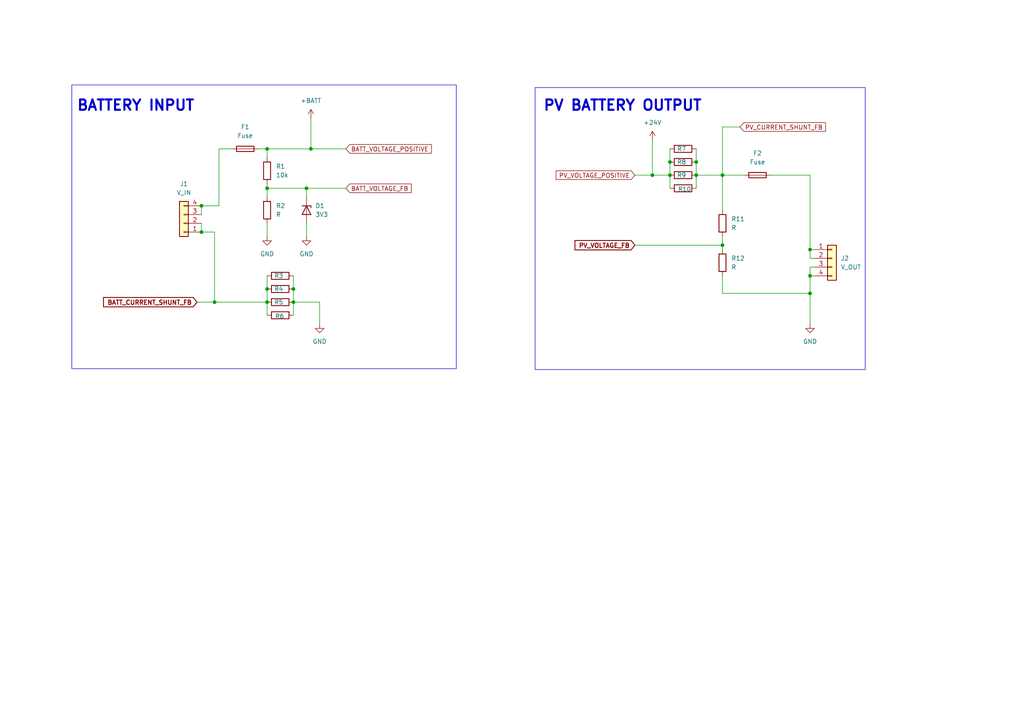
<source format=kicad_sch>
(kicad_sch (version 20231120) (generator "eeschema") (generator_version "8.0")
  (paper "A4")
  (lib_symbols
    (symbol "Connector_Generic:Conn_01x04" (pin_names (offset 1.016) hide)
      (property "Reference" "J" (at 0 5.08 0))
      (property "Value" "Conn_01x04" (at 0 -7.62 0))
      (symbol "Conn_01x04_1_1"
        (rectangle (start -1.27 -4.953) (end 0 -5.207) (stroke (width 0.1524)))
        (rectangle (start -1.27 -2.413) (end 0 -2.667) (stroke (width 0.1524)))
        (rectangle (start -1.27 0.127) (end 0 -0.127) (stroke (width 0.1524)))
        (rectangle (start -1.27 2.667) (end 0 2.413) (stroke (width 0.1524)))
        (rectangle (start -1.27 3.81) (end 1.27 -6.35) (stroke (width 0.254)) (fill (type background)))
        (pin passive line (at -5.08 2.54 0) (length 3.81) (name "Pin_1") (number "1"))
        (pin passive line (at -5.08 0 0) (length 3.81) (name "Pin_2") (number "2"))
        (pin passive line (at -5.08 -2.54 0) (length 3.81) (name "Pin_3") (number "3"))
        (pin passive line (at -5.08 -5.08 0) (length 3.81) (name "Pin_4") (number "4"))
      )
    )
    (symbol "Device:D_Zener" (pin_numbers hide) (pin_names (offset 1.016) hide)
      (property "Reference" "D" (at 0 2.54 0))
      (property "Value" "D_Zener" (at 0 -2.54 0))
      (symbol "D_Zener_0_1"
        (polyline (pts (xy 1.27 0) (xy -1.27 0)))
        (polyline (pts (xy -1.27 -1.27) (xy -1.27 1.27) (xy -0.762 1.27)) (stroke (width 0.254)))
        (polyline (pts (xy 1.27 -1.27) (xy 1.27 1.27) (xy -1.27 0) (xy 1.27 -1.27)) (stroke (width 0.254)))
      )
      (symbol "D_Zener_1_1"
        (pin passive line (at -3.81 0 0) (length 2.54) (name "K") (number "1"))
        (pin passive line (at 3.81 0 180) (length 2.54) (name "A") (number "2"))
      )
    )
    (symbol "Device:Fuse" (pin_numbers hide) (pin_names (offset 0))
      (property "Reference" "F" (at 2.032 0 90))
      (property "Value" "Fuse" (at -1.905 0 90))
      (symbol "Fuse_0_1"
        (rectangle (start -0.762 -2.54) (end 0.762 2.54) (stroke (width 0.254)))
        (polyline (pts (xy 0 2.54) (xy 0 -2.54)))
      )
      (symbol "Fuse_1_1"
        (pin passive line (at 0 3.81 270) (length 1.27) (name "~") (number "1"))
        (pin passive line (at 0 -3.81 90) (length 1.27) (name "~") (number "2"))
      )
    )
    (symbol "Device:R" (pin_numbers hide) (pin_names (offset 0))
      (property "Reference" "R" (at 2.032 0 90))
      (property "Value" "R" (at 0 0 90))
      (symbol "R_0_1"
        (rectangle (start -1.016 -2.54) (end 1.016 2.54) (stroke (width 0.254)))
      )
      (symbol "R_1_1"
        (pin passive line (at 0 3.81 270) (length 1.27) (name "~") (number "1"))
        (pin passive line (at 0 -3.81 90) (length 1.27) (name "~") (number "2"))
      )
    )
    (symbol "power:+24V" (power) (pin_numbers hide) (pin_names (offset 0) hide)
      (property "Value" "+24V" (at 0 3.556 0))
      (symbol "+24V_0_1"
        (polyline (pts (xy -0.762 1.27) (xy 0 2.54)))
        (polyline (pts (xy 0 0) (xy 0 2.54)))
        (polyline (pts (xy 0 2.54) (xy 0.762 1.27)))
      )
      (symbol "+24V_1_1"
        (pin power_in line (at 0 0 90) (length 0) (name "~") (number "1"))
      )
    )
    (symbol "power:+BATT" (power) (pin_numbers hide) (pin_names (offset 0) hide)
      (property "Value" "+BATT" (at 0 3.556 0))
      (symbol "+BATT_0_1"
        (polyline (pts (xy -0.762 1.27) (xy 0 2.54)))
        (polyline (pts (xy 0 0) (xy 0 2.54)))
        (polyline (pts (xy 0 2.54) (xy 0.762 1.27)))
      )
      (symbol "+BATT_1_1"
        (pin power_in line (at 0 0 90) (length 0) (name "~") (number "1"))
      )
    )
    (symbol "power:GND" (power) (pin_numbers hide) (pin_names (offset 0) hide)
      (property "Value" "GND" (at 0 -3.81 0))
      (symbol "GND_0_1"
        (polyline (pts (xy 0 0) (xy 0 -1.27) (xy 1.27 -1.27) (xy 0 -2.54) (xy -1.27 -1.27) (xy 0 -1.27)))
      )
      (symbol "GND_1_1"
        (pin power_in line (at 0 0 270) (length 0) (name "~") (number "1"))
      )
    )
  )
  (junction (at 85.09 87.63))
  (junction (at 77.47 54.61))
  (junction (at 77.47 87.63))
  (junction (at 77.47 43.18))
  (junction (at 234.95 85.09))
  (junction (at 194.31 50.8))
  (junction (at 201.93 46.99))
  (junction (at 62.23 87.63))
  (junction (at 194.31 46.99))
  (junction (at 58.42 67.31))
  (junction (at 234.95 72.39))
  (junction (at 234.95 80.01))
  (junction (at 209.55 50.8))
  (junction (at 85.09 83.82))
  (junction (at 189.23 50.8))
  (junction (at 77.47 83.82))
  (junction (at 209.55 71.12))
  (junction (at 90.17 43.18))
  (junction (at 88.9 54.61))
  (junction (at 201.93 50.8))
  (junction (at 58.42 59.69))
  (wire (pts (xy 209.55 36.83) (xy 209.55 50.8)))
  (wire (pts (xy 63.5 59.69) (xy 63.5 43.18)))
  (wire (pts (xy 223.52 50.8) (xy 234.95 50.8)))
  (wire (pts (xy 77.47 87.63) (xy 77.47 91.44)))
  (wire (pts (xy 74.93 43.18) (xy 77.47 43.18)))
  (wire (pts (xy 88.9 64.77) (xy 88.9 68.58)))
  (wire (pts (xy 209.55 71.12) (xy 209.55 68.58)))
  (wire (pts (xy 85.09 91.44) (xy 85.09 87.63)))
  (wire (pts (xy 236.22 74.93) (xy 234.95 74.93)))
  (wire (pts (xy 88.9 54.61) (xy 100.33 54.61)))
  (wire (pts (xy 194.31 50.8) (xy 194.31 54.61)))
  (wire (pts (xy 209.55 50.8) (xy 209.55 60.96)))
  (wire (pts (xy 58.42 62.23) (xy 58.42 59.69)))
  (wire (pts (xy 77.47 43.18) (xy 77.47 45.72)))
  (wire (pts (xy 194.31 46.99) (xy 194.31 50.8)))
  (wire (pts (xy 209.55 71.12) (xy 184.15 71.12)))
  (wire (pts (xy 58.42 64.77) (xy 58.42 67.31)))
  (wire (pts (xy 234.95 50.8) (xy 234.95 72.39)))
  (wire (pts (xy 201.93 50.8) (xy 209.55 50.8)))
  (wire (pts (xy 209.55 50.8) (xy 215.9 50.8)))
  (wire (pts (xy 184.15 50.8) (xy 189.23 50.8)))
  (wire (pts (xy 90.17 34.29) (xy 90.17 43.18)))
  (wire (pts (xy 234.95 77.47) (xy 236.22 77.47)))
  (wire (pts (xy 234.95 80.01) (xy 236.22 80.01)))
  (wire (pts (xy 234.95 77.47) (xy 234.95 80.01)))
  (wire (pts (xy 234.95 93.98) (xy 234.95 85.09)))
  (wire (pts (xy 201.93 46.99) (xy 201.93 43.18)))
  (wire (pts (xy 209.55 80.01) (xy 209.55 85.09)))
  (wire (pts (xy 57.15 87.63) (xy 62.23 87.63)))
  (wire (pts (xy 201.93 46.99) (xy 201.93 50.8)))
  (wire (pts (xy 189.23 40.64) (xy 189.23 50.8)))
  (wire (pts (xy 63.5 43.18) (xy 67.31 43.18)))
  (wire (pts (xy 85.09 83.82) (xy 85.09 87.63)))
  (wire (pts (xy 189.23 50.8) (xy 194.31 50.8)))
  (wire (pts (xy 85.09 83.82) (xy 85.09 80.01)))
  (wire (pts (xy 62.23 87.63) (xy 77.47 87.63)))
  (wire (pts (xy 77.47 54.61) (xy 77.47 57.15)))
  (wire (pts (xy 77.47 54.61) (xy 88.9 54.61)))
  (wire (pts (xy 77.47 53.34) (xy 77.47 54.61)))
  (wire (pts (xy 77.47 80.01) (xy 77.47 83.82)))
  (wire (pts (xy 77.47 43.18) (xy 90.17 43.18)))
  (wire (pts (xy 58.42 59.69) (xy 63.5 59.69)))
  (wire (pts (xy 90.17 43.18) (xy 100.33 43.18)))
  (wire (pts (xy 92.71 93.98) (xy 92.71 87.63)))
  (wire (pts (xy 234.95 72.39) (xy 236.22 72.39)))
  (wire (pts (xy 62.23 67.31) (xy 62.23 87.63)))
  (wire (pts (xy 214.63 36.83) (xy 209.55 36.83)))
  (wire (pts (xy 85.09 87.63) (xy 92.71 87.63)))
  (wire (pts (xy 234.95 80.01) (xy 234.95 85.09)))
  (wire (pts (xy 88.9 54.61) (xy 88.9 57.15)))
  (wire (pts (xy 194.31 43.18) (xy 194.31 46.99)))
  (wire (pts (xy 209.55 72.39) (xy 209.55 71.12)))
  (wire (pts (xy 209.55 85.09) (xy 234.95 85.09)))
  (wire (pts (xy 234.95 74.93) (xy 234.95 72.39)))
  (wire (pts (xy 77.47 83.82) (xy 77.47 87.63)))
  (wire (pts (xy 77.47 64.77) (xy 77.47 68.58)))
  (wire (pts (xy 58.42 67.31) (xy 62.23 67.31)))
  (wire (pts (xy 201.93 54.61) (xy 201.93 50.8)))
  (rectangle (start 20.828 24.638) (end 132.334 106.934))
  (rectangle (start 155.194 25.4) (end 250.952 107.188))
  (text "BATTERY INPUT" (at 39.37 30.734 0) (effects (font (size 3 3) (thickness 0.6) (bold yes))))
  (text "PV BATTERY OUTPUT" (at 180.594 30.734 0) (effects (font (size 3 3) (thickness 0.6) (bold yes))))
  (global_label "PV_CURRENT_SHUNT_FB" (shape input) (at 214.63 36.83 0) (property "Intersheetrefs" "${INTERSHEET_REFS}" (effects (hide yes))))
  (global_label "BATT_VOLTAGE_FB" (shape input) (at 100.33 54.61 0) (property "Intersheetrefs" "${INTERSHEET_REFS}" (effects (hide yes))))
  (global_label "PV_VOLTAGE_POSITIVE" (shape input) (at 184.15 50.8 180) (property "Intersheetrefs" "${INTERSHEET_REFS}" (effects (hide yes))))
  (global_label "BATT_CURRENT_SHUNT_FB" (shape input) (at 57.15 87.63 180) (effects (font (bold yes))) (property "Intersheetrefs" "${INTERSHEET_REFS}" (effects (hide yes))))
  (global_label "BATT_VOLTAGE_POSITIVE" (shape input) (at 100.33 43.18 0) (property "Intersheetrefs" "${INTERSHEET_REFS}" (effects (hide yes))))
  (global_label "PV_VOLTAGE_FB" (shape input) (at 184.15 71.12 180) (effects (font (bold yes))) (property "Intersheetrefs" "${INTERSHEET_REFS}" (effects (hide yes))))
  (symbol (lib_id "Device:R") (at 81.28 80.01 90) (unit 1)
    (property "Reference" "R3" (at 79.502 80.01 90) (effects (justify right)))
    (property "Value" "100mR" (effects (hide yes)))
    (property "Footprint" "Resistor_SMD:R_0805_2012Metric" (effects (hide yes)))
    (property "Description" "Resistor" (effects (hide yes)))
  )
  (symbol (lib_id "power:GND") (at 92.71 93.98 0) (unit 1)
    (property "Reference" "#PWR04" (effects (hide yes)))
    (property "Value" "GND" (at 92.71 99.06 0))
    (property "Description" "Power symbol creates a global label with name \"GND\" , ground" (effects (hide yes)))
  )
  (symbol (lib_id "power:GND") (at 234.95 93.98 0) (unit 1)
    (property "Reference" "#PWR06" (effects (hide yes)))
    (property "Value" "GND" (at 234.95 99.06 0))
    (property "Description" "Power symbol creates a global label with name \"GND\" , ground" (effects (hide yes)))
  )
  (symbol (lib_id "Device:R") (at 198.12 50.8 90) (unit 1)
    (property "Reference" "R9" (at 196.342 50.8 90) (effects (justify right)))
    (property "Value" "R" (effects (hide yes)))
    (property "Footprint" "Resistor_SMD:R_0805_2012Metric" (effects (hide yes)))
    (property "Description" "Resistor" (effects (hide yes)))
  )
  (symbol (lib_id "power:GND") (at 77.47 68.58 0) (unit 1)
    (property "Reference" "#PWR01" (effects (hide yes)))
    (property "Value" "GND" (at 77.47 73.66 0))
    (property "Description" "Power symbol creates a global label with name \"GND\" , ground" (effects (hide yes)))
  )
  (symbol (lib_id "Device:Fuse") (at 219.71 50.8 90) (unit 1)
    (property "Reference" "F2" (at 219.71 44.45 90))
    (property "Value" "Fuse" (at 219.71 46.99 90))
    (property "Footprint" "My-Footprints:Fuseholder_Clip-5x20mm_Eaton_1A5601-01_Inline_P20.80x6.76mm_D1.70mm_Horizontal" (effects (hide yes)))
    (property "Description" "Fuse" (effects (hide yes)))
  )
  (symbol (lib_id "power:GND") (at 88.9 68.58 0) (unit 1)
    (property "Reference" "#PWR02" (effects (hide yes)))
    (property "Value" "GND" (at 88.9 73.66 0))
    (property "Description" "Power symbol creates a global label with name \"GND\" , ground" (effects (hide yes)))
  )
  (symbol (lib_id "Connector_Generic:Conn_01x04") (at 241.3 74.93 0) (unit 1)
    (property "Reference" "J2" (at 243.84 74.9299 0) (effects (justify left)))
    (property "Value" "V_OUT" (at 243.84 77.4699 0) (effects (justify left)))
    (property "Footprint" "My-Footprints-connectors:Flat-6,3mm-connector-4P" (effects (hide yes)))
    (property "Description" "Generic connector, single row, 01x04, script generated (kicad-library-utils/schlib/autogen/connector/)" (effects (hide yes)))
  )
  (symbol (lib_id "Connector_Generic:Conn_01x04") (at 53.34 64.77 180) (unit 1)
    (property "Reference" "J1" (at 53.34 53.34 0))
    (property "Value" "V_IN" (at 53.34 55.88 0))
    (property "Footprint" "My-Footprints-connectors:Flat-6,3mm-connector-4P" (effects (hide yes)))
    (property "Description" "Generic connector, single row, 01x04, script generated (kicad-library-utils/schlib/autogen/connector/)" (effects (hide yes)))
  )
  (symbol (lib_id "Device:R") (at 81.28 83.82 90) (unit 1)
    (property "Reference" "R4" (at 79.502 83.82 90) (effects (justify right)))
    (property "Value" "R" (effects (hide yes)))
    (property "Footprint" "Resistor_SMD:R_0805_2012Metric" (effects (hide yes)))
    (property "Description" "Resistor" (effects (hide yes)))
  )
  (symbol (lib_id "power:+BATT") (at 90.17 34.29 0) (unit 1)
    (property "Reference" "#PWR03" (effects (hide yes)))
    (property "Value" "+BATT" (at 90.17 29.21 0))
    (property "Description" "Power symbol creates a global label with name \"+BATT\"" (effects (hide yes)))
  )
  (symbol (lib_id "power:+24V") (at 189.23 40.64 0) (unit 1)
    (property "Reference" "#PWR05" (effects (hide yes)))
    (property "Value" "+24V" (at 189.23 35.56 0))
    (property "Description" "Power symbol creates a global label with name \"+24V\"" (effects (hide yes)))
  )
  (symbol (lib_id "Device:Fuse") (at 71.12 43.18 90) (unit 1)
    (property "Reference" "F1" (at 71.12 36.83 90))
    (property "Value" "Fuse" (at 71.12 39.37 90))
    (property "Footprint" "My-Footprints:Fuseholder_Clip-5x20mm_Eaton_1A5601-01_Inline_P20.80x6.76mm_D1.70mm_Horizontal" (effects (hide yes)))
    (property "Description" "Fuse" (effects (hide yes)))
  )
  (symbol (lib_id "Device:R") (at 209.55 76.2 180) (unit 1)
    (property "Reference" "R12" (at 212.09 74.9299 0) (effects (justify right)))
    (property "Value" "R" (at 212.09 77.4699 0) (effects (justify right)))
    (property "Footprint" "Resistor_SMD:R_0805_2012Metric" (effects (hide yes)))
    (property "Description" "Resistor" (effects (hide yes)))
  )
  (symbol (lib_id "Device:R") (at 77.47 60.96 180) (unit 1)
    (property "Reference" "R2" (at 80.01 59.6899 0) (effects (justify right)))
    (property "Value" "R" (at 80.01 62.2299 0) (effects (justify right)))
    (property "Footprint" "Resistor_SMD:R_0805_2012Metric" (effects (hide yes)))
    (property "Description" "Resistor" (effects (hide yes)))
  )
  (symbol (lib_id "Device:D_Zener") (at 88.9 60.96 270) (unit 1)
    (property "Reference" "D1" (at 91.44 59.6899 90) (effects (justify left)))
    (property "Value" "3V3" (at 91.44 62.2299 90) (effects (justify left)))
    (property "Footprint" "Diode_SMD:D_MiniMELF" (effects (hide yes)))
    (property "Description" "Zener diode" (effects (hide yes)))
  )
  (symbol (lib_id "Device:R") (at 81.28 87.63 90) (unit 1)
    (property "Reference" "R5" (at 79.502 87.63 90) (effects (justify right)))
    (property "Value" "R" (effects (hide yes)))
    (property "Footprint" "Resistor_SMD:R_0805_2012Metric" (effects (hide yes)))
    (property "Description" "Resistor" (effects (hide yes)))
  )
  (symbol (lib_id "Device:R") (at 198.12 46.99 90) (unit 1)
    (property "Reference" "R8" (at 196.342 46.99 90) (effects (justify right)))
    (property "Value" "R" (effects (hide yes)))
    (property "Footprint" "Resistor_SMD:R_0805_2012Metric" (effects (hide yes)))
    (property "Description" "Resistor" (effects (hide yes)))
  )
  (symbol (lib_id "Device:R") (at 81.28 91.44 90) (unit 1)
    (property "Reference" "R6" (at 79.756 91.694 90) (effects (justify right)))
    (property "Value" "100mR" (effects (hide yes)))
    (property "Footprint" "Resistor_SMD:R_0805_2012Metric" (effects (hide yes)))
    (property "Description" "Resistor" (effects (hide yes)))
  )
  (symbol (lib_id "Device:R") (at 198.12 43.18 90) (unit 1)
    (property "Reference" "R7" (at 196.342 43.18 90) (effects (justify right)))
    (property "Value" "100mR" (effects (hide yes)))
    (property "Footprint" "Resistor_SMD:R_0805_2012Metric" (effects (hide yes)))
    (property "Description" "Resistor" (effects (hide yes)))
  )
  (symbol (lib_id "Device:R") (at 77.47 49.53 180) (unit 1)
    (property "Reference" "R1" (at 80.01 48.2599 0) (effects (justify right)))
    (property "Value" "10k" (at 80.01 50.7999 0) (effects (justify right)))
    (property "Footprint" "Resistor_SMD:R_0805_2012Metric" (effects (hide yes)))
    (property "Description" "Resistor" (effects (hide yes)))
  )
  (symbol (lib_id "Device:R") (at 209.55 64.77 180) (unit 1)
    (property "Reference" "R11" (at 212.09 63.4999 0) (effects (justify right)))
    (property "Value" "R" (at 212.09 66.0399 0) (effects (justify right)))
    (property "Footprint" "Resistor_SMD:R_0805_2012Metric" (effects (hide yes)))
    (property "Description" "Resistor" (effects (hide yes)))
  )
  (symbol (lib_id "Device:R") (at 198.12 54.61 90) (unit 1)
    (property "Reference" "R10" (at 196.596 54.864 90) (effects (justify right)))
    (property "Value" "100mR" (effects (hide yes)))
    (property "Footprint" "Resistor_SMD:R_0805_2012Metric" (effects (hide yes)))
    (property "Description" "Resistor" (effects (hide yes)))
  )
)
</source>
